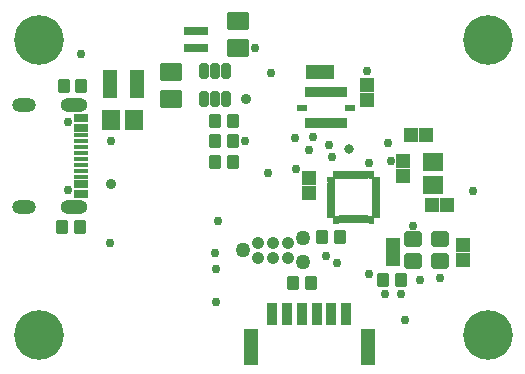
<source format=gbr>
%TF.GenerationSoftware,Altium Limited,Altium Designer,24.4.1 (13)*%
G04 Layer_Color=8388736*
%FSLAX45Y45*%
%MOMM*%
%TF.SameCoordinates,B8B7DE2E-4358-4D64-837E-663932822D10*%
%TF.FilePolarity,Negative*%
%TF.FileFunction,Soldermask,Top*%
%TF.Part,Single*%
G01*
G75*
%TA.AperFunction,SMDPad,CuDef*%
%ADD11R,2.00000X0.70000*%
G04:AMPARAMS|DCode=57|XSize=1.6032mm|YSize=1.9032mm|CornerRadius=0.2766mm|HoleSize=0mm|Usage=FLASHONLY|Rotation=270.000|XOffset=0mm|YOffset=0mm|HoleType=Round|Shape=RoundedRectangle|*
%AMROUNDEDRECTD57*
21,1,1.60320,1.35000,0,0,270.0*
21,1,1.05000,1.90320,0,0,270.0*
1,1,0.55320,-0.67500,-0.52500*
1,1,0.55320,-0.67500,0.52500*
1,1,0.55320,0.67500,0.52500*
1,1,0.55320,0.67500,-0.52500*
%
%ADD57ROUNDEDRECTD57*%
%TA.AperFunction,TestPad*%
G04:AMPARAMS|DCode=58|XSize=0.4mm|YSize=1.25mm|CornerRadius=0.0875mm|HoleSize=0mm|Usage=FLASHONLY|Rotation=270.000|XOffset=0mm|YOffset=0mm|HoleType=Round|Shape=RoundedRectangle|*
%AMROUNDEDRECTD58*
21,1,0.40000,1.07500,0,0,270.0*
21,1,0.22500,1.25000,0,0,270.0*
1,1,0.17500,-0.53750,-0.11250*
1,1,0.17500,-0.53750,0.11250*
1,1,0.17500,0.53750,0.11250*
1,1,0.17500,0.53750,-0.11250*
%
%ADD58ROUNDEDRECTD58*%
G04:AMPARAMS|DCode=59|XSize=0.7mm|YSize=1.25mm|CornerRadius=0.125mm|HoleSize=0mm|Usage=FLASHONLY|Rotation=270.000|XOffset=0mm|YOffset=0mm|HoleType=Round|Shape=RoundedRectangle|*
%AMROUNDEDRECTD59*
21,1,0.70000,1.00000,0,0,270.0*
21,1,0.45000,1.25000,0,0,270.0*
1,1,0.25000,-0.50000,-0.22500*
1,1,0.25000,-0.50000,0.22500*
1,1,0.25000,0.50000,0.22500*
1,1,0.25000,0.50000,-0.22500*
%
%ADD59ROUNDEDRECTD59*%
%TA.AperFunction,SMDPad,CuDef*%
G04:AMPARAMS|DCode=60|XSize=1.0032mm|YSize=1.2032mm|CornerRadius=0.2016mm|HoleSize=0mm|Usage=FLASHONLY|Rotation=180.000|XOffset=0mm|YOffset=0mm|HoleType=Round|Shape=RoundedRectangle|*
%AMROUNDEDRECTD60*
21,1,1.00320,0.80000,0,0,180.0*
21,1,0.60000,1.20320,0,0,180.0*
1,1,0.40320,-0.30000,0.40000*
1,1,0.40320,0.30000,0.40000*
1,1,0.40320,0.30000,-0.40000*
1,1,0.40320,-0.30000,-0.40000*
%
%ADD60ROUNDEDRECTD60*%
%ADD61R,1.15320X1.15320*%
%ADD62R,0.50320X0.45320*%
%ADD63R,0.45320X0.50320*%
%ADD64R,0.75320X0.50320*%
%ADD65R,0.50320X0.75320*%
G04:AMPARAMS|DCode=66|XSize=1.5032mm|YSize=1.3032mm|CornerRadius=0.1566mm|HoleSize=0mm|Usage=FLASHONLY|Rotation=180.000|XOffset=0mm|YOffset=0mm|HoleType=Round|Shape=RoundedRectangle|*
%AMROUNDEDRECTD66*
21,1,1.50320,0.99000,0,0,180.0*
21,1,1.19000,1.30320,0,0,180.0*
1,1,0.31320,-0.59500,0.49500*
1,1,0.31320,0.59500,0.49500*
1,1,0.31320,0.59500,-0.49500*
1,1,0.31320,-0.59500,-0.49500*
%
%ADD66ROUNDEDRECTD66*%
%ADD67R,1.15320X1.15320*%
%ADD68R,0.95320X0.50320*%
%ADD69R,0.50320X0.95320*%
%TA.AperFunction,ConnectorPad*%
%ADD70R,0.85320X1.90320*%
%ADD71R,1.20320X3.10320*%
%TA.AperFunction,SMDPad,CuDef*%
%ADD72R,1.77320X1.53320*%
G04:AMPARAMS|DCode=73|XSize=0.8032mm|YSize=1.4032mm|CornerRadius=0.1766mm|HoleSize=0mm|Usage=FLASHONLY|Rotation=180.000|XOffset=0mm|YOffset=0mm|HoleType=Round|Shape=RoundedRectangle|*
%AMROUNDEDRECTD73*
21,1,0.80320,1.05000,0,0,180.0*
21,1,0.45000,1.40320,0,0,180.0*
1,1,0.35320,-0.22500,0.52500*
1,1,0.35320,0.22500,0.52500*
1,1,0.35320,0.22500,-0.52500*
1,1,0.35320,-0.22500,-0.52500*
%
%ADD73ROUNDEDRECTD73*%
%ADD74R,1.53320X1.77320*%
%TA.AperFunction,BGAPad,CuDef*%
%ADD75C,1.06620*%
%TA.AperFunction,TestPad*%
%ADD76O,2.30320X1.20320*%
%ADD77C,0.75000*%
%ADD78O,2.00320X1.20320*%
%TA.AperFunction,ViaPad*%
%ADD79C,4.20320*%
%TA.AperFunction,ComponentPad*%
%ADD80C,1.27020*%
%TA.AperFunction,ViaPad*%
%ADD81C,0.75320*%
%ADD82C,0.91440*%
%ADD83C,0.80320*%
%ADD84C,0.90320*%
G36*
X596334Y-209866D02*
X597645Y-210127D01*
X598911Y-210556D01*
X600111Y-211148D01*
X601222Y-211891D01*
X602228Y-212772D01*
X603109Y-213778D01*
X603852Y-214889D01*
X604444Y-216088D01*
X604873Y-217354D01*
X605134Y-218666D01*
X605222Y-220000D01*
Y-235500D01*
X605134Y-236834D01*
X604873Y-238146D01*
X604553Y-239091D01*
X604444Y-239412D01*
X603852Y-240611D01*
X603109Y-241723D01*
X602228Y-242728D01*
X587727Y-257228D01*
X586722Y-258110D01*
X585610Y-258852D01*
X584411Y-259444D01*
X583145Y-259873D01*
X581834Y-260134D01*
X580500Y-260222D01*
X545000D01*
X543665Y-260134D01*
X542354Y-259873D01*
X541088Y-259444D01*
X539889Y-258852D01*
X538777Y-258109D01*
X537772Y-257228D01*
X536890Y-256223D01*
X536148Y-255111D01*
X535556Y-253912D01*
X535126Y-252646D01*
X534865Y-251334D01*
X534778Y-250000D01*
Y-220000D01*
X534865Y-218666D01*
X535126Y-217354D01*
X535556Y-216088D01*
X536148Y-214889D01*
X536890Y-213778D01*
X537772Y-212772D01*
X538777Y-211891D01*
X539889Y-211148D01*
X541088Y-210556D01*
X542354Y-210127D01*
X543665Y-209866D01*
X545000Y-209778D01*
X595000D01*
X596334Y-209866D01*
D02*
G37*
G36*
X626334Y-239866D02*
X627645Y-240127D01*
X628911Y-240556D01*
X630110Y-241148D01*
X631222Y-241891D01*
X632228Y-242772D01*
X633109Y-243778D01*
X633852Y-244889D01*
X634443Y-246088D01*
X634873Y-247354D01*
X635134Y-248666D01*
X635221Y-250000D01*
Y-300000D01*
X635134Y-301334D01*
X634873Y-302646D01*
X634443Y-303912D01*
X633852Y-305111D01*
X633109Y-306223D01*
X632228Y-307228D01*
X631222Y-308110D01*
X630110Y-308852D01*
X628911Y-309444D01*
X627645Y-309874D01*
X626334Y-310135D01*
X625000Y-310222D01*
X595000D01*
X593666Y-310135D01*
X592354Y-309874D01*
X591088Y-309444D01*
X589889Y-308852D01*
X588777Y-308110D01*
X587772Y-307228D01*
X586890Y-306223D01*
X586148Y-305111D01*
X585556Y-303912D01*
X585126Y-302646D01*
X584865Y-301334D01*
X584778Y-300000D01*
Y-264500D01*
X584865Y-263166D01*
X585126Y-261854D01*
X585556Y-260589D01*
X586147Y-259389D01*
X586890Y-258278D01*
X587772Y-257273D01*
X602272Y-242772D01*
X603277Y-241891D01*
X604389Y-241148D01*
X605588Y-240556D01*
X605909Y-240447D01*
X606854Y-240127D01*
X608165Y-239866D01*
X609500Y-239778D01*
X625000D01*
X626334Y-239866D01*
D02*
G37*
G36*
Y140134D02*
X627645Y139873D01*
X628911Y139444D01*
X630110Y138852D01*
X631222Y138109D01*
X632228Y137228D01*
X633109Y136222D01*
X633852Y135111D01*
X634443Y133912D01*
X634873Y132646D01*
X635134Y131334D01*
X635221Y130000D01*
Y80000D01*
X635134Y78666D01*
X634873Y77354D01*
X634443Y76088D01*
X633852Y74889D01*
X633109Y73777D01*
X632228Y72772D01*
X631222Y71890D01*
X630110Y71148D01*
X628911Y70556D01*
X627645Y70126D01*
X626334Y69865D01*
X625000Y69778D01*
X609500D01*
X608165Y69865D01*
X606854Y70126D01*
X605909Y70447D01*
X605588Y70556D01*
X604389Y71147D01*
X603277Y71890D01*
X602272Y72772D01*
X587772Y87272D01*
X586890Y88277D01*
X586147Y89389D01*
X585556Y90588D01*
X585126Y91854D01*
X584865Y93166D01*
X584778Y94500D01*
Y130000D01*
X584865Y131334D01*
X585126Y132646D01*
X585556Y133912D01*
X586148Y135111D01*
X586890Y136222D01*
X587772Y137228D01*
X588777Y138109D01*
X589889Y138852D01*
X591088Y139444D01*
X592354Y139873D01*
X593666Y140134D01*
X595000Y140222D01*
X625000D01*
X626334Y140134D01*
D02*
G37*
G36*
X581834Y90134D02*
X583145Y89873D01*
X584411Y89444D01*
X585610Y88852D01*
X586722Y88110D01*
X587727Y87228D01*
X602228Y72728D01*
X603109Y71723D01*
X603852Y70611D01*
X604444Y69412D01*
X604553Y69091D01*
X604873Y68146D01*
X605134Y66834D01*
X605222Y65500D01*
Y50000D01*
X605134Y48666D01*
X604873Y47354D01*
X604444Y46088D01*
X603852Y44889D01*
X603109Y43777D01*
X602228Y42772D01*
X601222Y41890D01*
X600111Y41148D01*
X598911Y40556D01*
X597645Y40126D01*
X596334Y39866D01*
X595000Y39778D01*
X545000D01*
X543665Y39866D01*
X542354Y40126D01*
X541088Y40556D01*
X539889Y41148D01*
X538777Y41890D01*
X537772Y42772D01*
X536890Y43777D01*
X536148Y44889D01*
X535556Y46088D01*
X535126Y47354D01*
X534865Y48666D01*
X534778Y50000D01*
Y80000D01*
X534865Y81334D01*
X535126Y82646D01*
X535556Y83911D01*
X536148Y85111D01*
X536890Y86222D01*
X537772Y87228D01*
X538777Y88109D01*
X539889Y88852D01*
X541088Y89444D01*
X542354Y89873D01*
X543665Y90134D01*
X545000Y90222D01*
X580500D01*
X581834Y90134D01*
D02*
G37*
G36*
X976334Y-209866D02*
X977645Y-210127D01*
X978911Y-210556D01*
X980111Y-211148D01*
X981222Y-211891D01*
X982228Y-212772D01*
X983109Y-213778D01*
X983852Y-214889D01*
X984444Y-216088D01*
X984873Y-217354D01*
X985134Y-218666D01*
X985222Y-220000D01*
Y-250000D01*
X985134Y-251334D01*
X984873Y-252646D01*
X984444Y-253912D01*
X983852Y-255111D01*
X983109Y-256223D01*
X982228Y-257228D01*
X981222Y-258109D01*
X980111Y-258852D01*
X978911Y-259444D01*
X977645Y-259873D01*
X976334Y-260134D01*
X975000Y-260222D01*
X939500D01*
X938166Y-260134D01*
X936854Y-259873D01*
X935588Y-259444D01*
X934389Y-258852D01*
X933277Y-258110D01*
X932272Y-257228D01*
X917772Y-242728D01*
X916890Y-241723D01*
X916147Y-240611D01*
X915556Y-239412D01*
X915447Y-239091D01*
X915126Y-238146D01*
X914865Y-236834D01*
X914778Y-235500D01*
Y-220000D01*
X914865Y-218666D01*
X915126Y-217354D01*
X915556Y-216088D01*
X916148Y-214889D01*
X916890Y-213778D01*
X917772Y-212772D01*
X918777Y-211891D01*
X919889Y-211148D01*
X921088Y-210556D01*
X922354Y-210127D01*
X923665Y-209866D01*
X925000Y-209778D01*
X975000D01*
X976334Y-209866D01*
D02*
G37*
G36*
X911834Y-239866D02*
X913145Y-240127D01*
X914091Y-240447D01*
X914412Y-240556D01*
X915611Y-241148D01*
X916723Y-241891D01*
X917728Y-242772D01*
X932228Y-257273D01*
X933109Y-258278D01*
X933852Y-259389D01*
X934443Y-260589D01*
X934873Y-261854D01*
X935134Y-263166D01*
X935221Y-264500D01*
Y-300000D01*
X935134Y-301334D01*
X934873Y-302646D01*
X934443Y-303912D01*
X933852Y-305111D01*
X933109Y-306223D01*
X932227Y-307228D01*
X931222Y-308110D01*
X930110Y-308852D01*
X928911Y-309444D01*
X927645Y-309874D01*
X926334Y-310135D01*
X925000Y-310222D01*
X895000D01*
X893665Y-310135D01*
X892354Y-309874D01*
X891088Y-309444D01*
X889889Y-308852D01*
X888777Y-308110D01*
X887772Y-307228D01*
X886890Y-306223D01*
X886148Y-305111D01*
X885556Y-303912D01*
X885126Y-302646D01*
X884865Y-301334D01*
X884778Y-300000D01*
Y-250000D01*
X884865Y-248666D01*
X885126Y-247354D01*
X885556Y-246088D01*
X886148Y-244889D01*
X886890Y-243778D01*
X887772Y-242772D01*
X888777Y-241891D01*
X889889Y-241148D01*
X891088Y-240556D01*
X892354Y-240127D01*
X893665Y-239866D01*
X895000Y-239778D01*
X910500D01*
X911834Y-239866D01*
D02*
G37*
G36*
X926334Y140134D02*
X927645Y139873D01*
X928911Y139444D01*
X930110Y138852D01*
X931222Y138109D01*
X932227Y137228D01*
X933109Y136222D01*
X933852Y135111D01*
X934443Y133912D01*
X934873Y132646D01*
X935134Y131334D01*
X935221Y130000D01*
Y94500D01*
X935134Y93166D01*
X934873Y91854D01*
X934443Y90588D01*
X933852Y89389D01*
X933109Y88277D01*
X932228Y87272D01*
X917728Y72772D01*
X916723Y71890D01*
X915611Y71147D01*
X914412Y70556D01*
X914091Y70447D01*
X913145Y70126D01*
X911834Y69865D01*
X910500Y69778D01*
X895000D01*
X893665Y69865D01*
X892354Y70126D01*
X891088Y70556D01*
X889889Y71148D01*
X888777Y71890D01*
X887772Y72772D01*
X886890Y73777D01*
X886148Y74889D01*
X885556Y76088D01*
X885126Y77354D01*
X884865Y78666D01*
X884778Y80000D01*
Y130000D01*
X884865Y131334D01*
X885126Y132646D01*
X885556Y133912D01*
X886148Y135111D01*
X886890Y136222D01*
X887772Y137228D01*
X888777Y138109D01*
X889889Y138852D01*
X891088Y139444D01*
X892354Y139873D01*
X893665Y140134D01*
X895000Y140222D01*
X925000D01*
X926334Y140134D01*
D02*
G37*
G36*
X976334Y90134D02*
X977645Y89873D01*
X978911Y89444D01*
X980111Y88852D01*
X981222Y88109D01*
X982228Y87228D01*
X983109Y86222D01*
X983852Y85111D01*
X984444Y83911D01*
X984873Y82646D01*
X985134Y81334D01*
X985222Y80000D01*
Y50000D01*
X985134Y48666D01*
X984873Y47354D01*
X984444Y46088D01*
X983852Y44889D01*
X983109Y43777D01*
X982228Y42772D01*
X981222Y41890D01*
X980111Y41148D01*
X978911Y40556D01*
X977645Y40126D01*
X976334Y39866D01*
X975000Y39778D01*
X925000D01*
X923665Y39866D01*
X922354Y40126D01*
X921088Y40556D01*
X919889Y41148D01*
X918777Y41890D01*
X917772Y42772D01*
X916890Y43777D01*
X916148Y44889D01*
X915556Y46088D01*
X915126Y47354D01*
X914865Y48666D01*
X914778Y50000D01*
Y65500D01*
X914865Y66834D01*
X915126Y68146D01*
X915447Y69091D01*
X915556Y69412D01*
X916147Y70611D01*
X916890Y71723D01*
X917772Y72728D01*
X932272Y87228D01*
X933277Y88110D01*
X934389Y88852D01*
X935588Y89444D01*
X936854Y89873D01*
X938166Y90134D01*
X939500Y90222D01*
X975000D01*
X976334Y90134D01*
D02*
G37*
D11*
X-575000Y1322500D02*
D03*
Y1177500D02*
D03*
D57*
X-790000Y979300D02*
D03*
Y750700D02*
D03*
X-215000Y1175700D02*
D03*
Y1404300D02*
D03*
D58*
X-1552250Y290000D02*
D03*
Y240000D02*
D03*
Y190000D02*
D03*
Y340000D02*
D03*
Y390000D02*
D03*
Y440000D02*
D03*
Y140000D02*
D03*
Y90000D02*
D03*
D59*
Y505000D02*
D03*
Y585000D02*
D03*
Y25000D02*
D03*
Y-55000D02*
D03*
D60*
X492500Y-417500D02*
D03*
X642500D02*
D03*
X-1705000Y-340000D02*
D03*
X-1555000D02*
D03*
X400000Y-810000D02*
D03*
X250000D02*
D03*
X1162500Y-787500D02*
D03*
X1012500D02*
D03*
X-265000Y215000D02*
D03*
X-415000D02*
D03*
X-415000Y565000D02*
D03*
X-265000D02*
D03*
X-415000Y390000D02*
D03*
X-265000D02*
D03*
X-1695000Y860000D02*
D03*
X-1545000D02*
D03*
D61*
X1180000Y222500D02*
D03*
Y97500D02*
D03*
X1095000Y-485000D02*
D03*
Y-610000D02*
D03*
X1685000Y-617500D02*
D03*
Y-492500D02*
D03*
X385000Y77500D02*
D03*
Y-47500D02*
D03*
X875000Y862500D02*
D03*
Y737500D02*
D03*
X-1075000Y937500D02*
D03*
Y812500D02*
D03*
X-1300000Y937500D02*
D03*
Y812500D02*
D03*
D62*
X565000Y-235000D02*
D03*
X955000Y65000D02*
D03*
X565000D02*
D03*
X955000Y-235000D02*
D03*
D63*
X610000Y110000D02*
D03*
X910000Y-280000D02*
D03*
X610000D02*
D03*
X910000Y110000D02*
D03*
D64*
X947500Y-185000D02*
D03*
Y-135000D02*
D03*
Y-85000D02*
D03*
Y-35000D02*
D03*
Y15000D02*
D03*
X572500D02*
D03*
Y-35000D02*
D03*
Y-85000D02*
D03*
Y-135000D02*
D03*
Y-185000D02*
D03*
D65*
X860000Y102500D02*
D03*
X810000D02*
D03*
X760000D02*
D03*
X710000D02*
D03*
X660000D02*
D03*
Y-272500D02*
D03*
X710000D02*
D03*
X760000D02*
D03*
X810000D02*
D03*
X860000D02*
D03*
D66*
X1262500Y-435000D02*
D03*
Y-625000D02*
D03*
X1492500Y-435000D02*
D03*
Y-625000D02*
D03*
D67*
X1550000Y-147500D02*
D03*
X1425000D02*
D03*
X537500Y975000D02*
D03*
X412500D02*
D03*
X1247500Y440000D02*
D03*
X1372500D02*
D03*
D68*
X320000Y675000D02*
D03*
X730000D02*
D03*
D69*
X375000Y545000D02*
D03*
X425000D02*
D03*
X475000D02*
D03*
X525000D02*
D03*
X575000D02*
D03*
X625000D02*
D03*
X675000D02*
D03*
Y805000D02*
D03*
X625000D02*
D03*
X575000D02*
D03*
X525000D02*
D03*
X475000D02*
D03*
X425000D02*
D03*
X375000D02*
D03*
D70*
X72500Y-1070000D02*
D03*
X197500D02*
D03*
X447500D02*
D03*
X572500D02*
D03*
X322500D02*
D03*
X697500D02*
D03*
D71*
X-112500Y-1350000D02*
D03*
X882500D02*
D03*
D72*
X1435000Y213500D02*
D03*
Y16500D02*
D03*
D73*
X-320000Y745000D02*
D03*
X-415000D02*
D03*
X-510000D02*
D03*
Y985000D02*
D03*
X-415000D02*
D03*
X-320000D02*
D03*
D74*
X-1293500Y572500D02*
D03*
X-1096500D02*
D03*
D75*
X207000Y-471500D02*
D03*
X80000D02*
D03*
X-47000D02*
D03*
X207000Y-598500D02*
D03*
X80000D02*
D03*
X-47000D02*
D03*
D76*
X-1609750Y-167000D02*
D03*
Y697000D02*
D03*
D77*
X-1659750Y554000D02*
D03*
Y-24000D02*
D03*
D78*
X-2027750Y697000D02*
D03*
Y-167000D02*
D03*
D79*
X-1900000Y1250000D02*
D03*
Y-1250000D02*
D03*
X1900000D02*
D03*
Y1250000D02*
D03*
D80*
X334000Y-636600D02*
D03*
Y-433400D02*
D03*
X-174000Y-535000D02*
D03*
D81*
X-387500Y-285000D02*
D03*
X-1295000Y390000D02*
D03*
X-1302984Y-472386D02*
D03*
X-70700Y1175700D02*
D03*
X1772500Y-35000D02*
D03*
X1197500Y-1122500D02*
D03*
X-1545000Y1127500D02*
D03*
X525000Y-582500D02*
D03*
X32500Y117500D02*
D03*
X-405000Y-970000D02*
D03*
X272500Y157500D02*
D03*
X262500Y417500D02*
D03*
X875000Y982500D02*
D03*
X1075000Y222500D02*
D03*
X1492520Y-767878D02*
D03*
X1260000Y-325000D02*
D03*
X1165000Y-902500D02*
D03*
X1022500Y-900000D02*
D03*
X-412500Y-555000D02*
D03*
X-405000Y-695000D02*
D03*
X1322500Y-787500D02*
D03*
X892500Y-735000D02*
D03*
X620000Y-645000D02*
D03*
X62500Y970000D02*
D03*
X-162500Y392500D02*
D03*
X577500Y255000D02*
D03*
X550000Y357500D02*
D03*
X420000Y427500D02*
D03*
X385000Y315000D02*
D03*
X888916Y203124D02*
D03*
X1050000Y375000D02*
D03*
D82*
X-1295000Y27500D02*
D03*
D83*
X725000Y325000D02*
D03*
D84*
X-150000Y750000D02*
D03*
%TF.MD5,b968452295cfdf0f06932eee2ea72278*%
M02*

</source>
